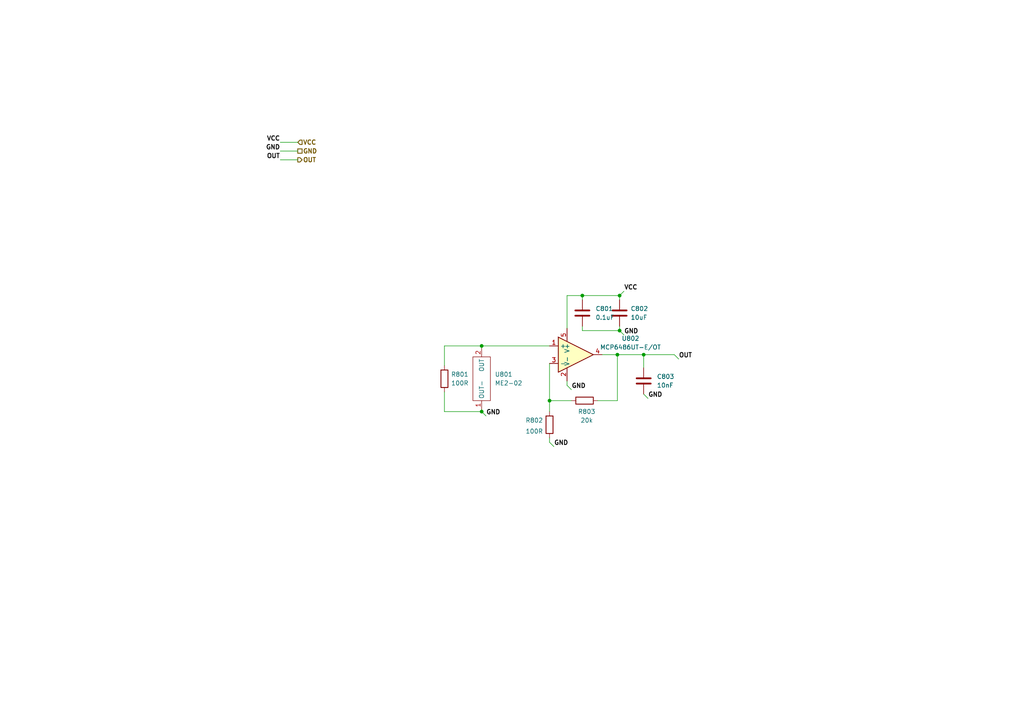
<source format=kicad_sch>
(kicad_sch (version 20211123) (generator eeschema)
  (paper "A4")
  (title_block (title "Power Unit - CanSat 2023") (date "2023-01-19") (rev "2023") (company "Project SkyFall") (comment 1 "David Haisman"))
  (lib_symbols
    (symbol "1Knihovna:MCP6486UT-E{slash}OT"
      (property "Reference" "U" (at 0 0 0))
      (property "Value" "MCP6486UT-E{slash}OT" (at 0 0 0))
      (symbol "MCP6486UT-E{slash}OT_0_1"
        (polyline (pts (xy -3.81 5.08) (xy 6.35 0) (xy -3.81 -5.08) (xy -3.81 5.08)) (stroke (width 0.254)) (fill (type background)))
      )
      (symbol "MCP6486UT-E{slash}OT_1_1"
        (pin input line (at -6.35 2.54 0) (length 2.54) (name "+") (number "1"))
        (pin power_in line (at -1.27 -7.62 90) (length 3.81) (name "V-") (number "2"))
        (pin input line (at -6.35 -2.54 0) (length 2.54) (name "-") (number "3"))
        (pin output line (at 8.89 0 180) (length 2.54) (name "~") (number "4"))
        (pin power_in line (at -1.27 7.62 270) (length 3.81) (name "V+") (number "5"))
      )
    )
    (symbol "1Knihovna:ME2-02"
      (property "Reference" "U" (at 0 7.62 0))
      (property "Value" "ME2-02" (at 0 5.08 0))
      (symbol "ME2-02_0_1"
        (rectangle (start -6.35 2.54) (end 6.35 -2.54))
      )
      (symbol "ME2-02_1_1"
        (pin passive line (at -8.89 0 0) (length 2.54) (name "OUT-") (number "1"))
        (pin output line (at 8.89 0 180) (length 2.54) (name "OUT") (number "2"))
        (pin no_connect line (at 0 -2.54 90) (length 2.54) hide (name "3") (number "3"))
      )
    )
    (symbol "Device:C" (pin_numbers hide) (pin_names (offset 0.254))
      (property "Reference" "C" (at 0.635 2.54 0))
      (property "Value" "C" (at 0.635 -2.54 0))
      (symbol "C_0_1"
        (polyline (pts (xy -2.032 -0.762) (xy 2.032 -0.762)) (stroke (width 0.508)))
        (polyline (pts (xy -2.032 0.762) (xy 2.032 0.762)) (stroke (width 0.508)))
      )
      (symbol "C_1_1"
        (pin passive line (at 0 3.81 270) (length 2.794) (name "~") (number "1"))
        (pin passive line (at 0 -3.81 90) (length 2.794) (name "~") (number "2"))
      )
    )
    (symbol "Device:R" (pin_numbers hide) (pin_names (offset 0))
      (property "Reference" "R" (at 2.032 0 90))
      (property "Value" "R" (at 0 0 90))
      (symbol "R_0_1"
        (rectangle (start -1.016 -2.54) (end 1.016 2.54) (stroke (width 0.254)))
      )
      (symbol "R_1_1"
        (pin passive line (at 0 3.81 270) (length 1.27) (name "~") (number "1"))
        (pin passive line (at 0 -3.81 90) (length 1.27) (name "~") (number "2"))
      )
    )
  )
  (junction (at 179.705 95.885))
  (junction (at 139.7 119.38))
  (junction (at 159.385 116.205))
  (junction (at 179.705 85.725))
  (junction (at 139.7 100.33))
  (junction (at 179.07 102.87))
  (junction (at 186.69 102.87))
  (junction (at 168.91 85.725))
  (wire (pts (xy 139.7 119.38) (xy 140.97 120.65)))
  (wire (pts (xy 139.7 118.745) (xy 139.7 119.38)))
  (wire (pts (xy 164.465 85.725) (xy 168.91 85.725)))
  (wire (pts (xy 173.355 116.205) (xy 179.07 116.205)))
  (wire (pts (xy 139.7 100.33) (xy 159.385 100.33)))
  (wire (pts (xy 179.705 85.725) (xy 180.975 84.455)))
  (wire (pts (xy 128.905 106.045) (xy 128.905 100.33)))
  (wire (pts (xy 164.465 111.76) (xy 165.735 113.03)))
  (wire (pts (xy 159.385 128.27) (xy 160.655 129.54)))
  (wire (pts (xy 186.69 106.68) (xy 186.69 102.87)))
  (wire (pts (xy 168.91 94.615) (xy 168.91 95.885)))
  (wire (pts (xy 179.705 95.885) (xy 179.705 94.615)))
  (wire (pts (xy 168.91 95.885) (xy 179.705 95.885)))
  (wire (pts (xy 165.735 116.205) (xy 159.385 116.205)))
  (wire (pts (xy 186.69 102.87) (xy 195.58 102.87)))
  (wire (pts (xy 174.625 102.87) (xy 179.07 102.87)))
  (wire (pts (xy 128.905 100.33) (xy 139.7 100.33)))
  (wire (pts (xy 159.385 119.38) (xy 159.385 116.205)))
  (wire (pts (xy 128.905 113.665) (xy 128.905 119.38)))
  (wire (pts (xy 81.28 41.275) (xy 86.36 41.275)))
  (wire (pts (xy 186.69 114.3) (xy 187.96 115.57)))
  (wire (pts (xy 164.465 111.76) (xy 164.465 110.49)))
  (wire (pts (xy 81.28 43.815) (xy 86.36 43.815)))
  (wire (pts (xy 179.07 102.87) (xy 179.07 116.205)))
  (wire (pts (xy 159.385 128.27) (xy 159.385 127)))
  (wire (pts (xy 168.91 86.995) (xy 168.91 85.725)))
  (wire (pts (xy 179.07 102.87) (xy 186.69 102.87)))
  (wire (pts (xy 179.705 85.725) (xy 179.705 86.995)))
  (wire (pts (xy 159.385 105.41) (xy 159.385 116.205)))
  (wire (pts (xy 128.905 119.38) (xy 139.7 119.38)))
  (wire (pts (xy 164.465 95.25) (xy 164.465 85.725)))
  (wire (pts (xy 86.36 46.355) (xy 81.28 46.355)))
  (wire (pts (xy 179.705 95.885) (xy 180.975 97.155)))
  (wire (pts (xy 195.58 102.87) (xy 196.85 104.14)))
  (wire (pts (xy 168.91 85.725) (xy 179.705 85.725)))
  (wire (pts (xy 139.7 100.33) (xy 139.7 100.965)))
  (label "GND" (at 81.28 43.815 180) (effects (font (thickness 0.254) bold)))
  (label "GND" (at 187.96 115.57 0) (effects (font (thickness 0.254) bold)))
  (label "OUT" (at 196.85 104.14 0) (effects (font bold)))
  (label "VCC" (at 81.28 41.275 180) (effects (font (thickness 0.254) bold)))
  (label "GND" (at 165.735 113.03 0) (effects (font (thickness 0.254) bold)))
  (label "OUT" (at 81.28 46.355 180) (effects (font bold)))
  (label "GND" (at 160.655 129.54 0) (effects (font (thickness 0.254) bold)))
  (label "GND" (at 140.97 120.65 0) (effects (font (thickness 0.254) bold)))
  (label "VCC" (at 180.975 84.455 0) (effects (font (thickness 0.254) bold)))
  (label "GND" (at 180.975 97.155 0) (effects (font (thickness 0.254) bold)))
  (hierarchical_label "VCC" (shape input) (at 86.36 41.275 0) (effects (font (thickness 0.254) bold)))
  (hierarchical_label "GND" (shape passive) (at 86.36 43.815 0) (effects (font (thickness 0.254) bold)))
  (hierarchical_label "OUT" (shape output) (at 86.36 46.355 0) (effects (font bold)))
  (symbol (lib_id "Device:C") (at 168.91 90.805 0) (unit 1)
    (property "Reference" "C801" (at 172.72 89.5349 0) (effects (justify left)))
    (property "Value" "0.1uF" (at 172.72 92.0749 0) (effects (justify left)))
    (property "Footprint" "CanSat_2023:C_0805_2012Metric" (effects hide))
  )
  (symbol (lib_id "Device:C") (at 186.69 110.49 0) (unit 1)
    (property "Reference" "C803" (at 190.5 109.2199 0) (effects (justify left)))
    (property "Value" "10nF" (at 190.5 111.7599 0) (effects (justify left)))
    (property "Footprint" "CanSat_2023:C_0805_2012Metric" (effects hide))
  )
  (symbol (lib_id "1Knihovna:ME2-02") (at 139.7 109.855 90) (unit 1)
    (property "Reference" "U801" (at 143.51 108.5849 90) (effects (justify right)))
    (property "Value" "ME2-02" (at 143.51 111.1249 90) (effects (justify right)))
    (property "Footprint" "CanSat_2023:ME2-O2" (effects hide))
  )
  (symbol (lib_id "1Knihovna:MCP6486UT-E{slash}OT") (at 165.735 102.87 0) (unit 1)
    (property "Reference" "U802" (at 182.88 98.171 0))
    (property "Value" "MCP6486UT-E/OT" (at 182.88 100.711 0))
    (property "Footprint" "CanSat_2023:SOT-23-5" (effects hide))
  )
  (symbol (lib_id "Device:R") (at 159.385 123.19 180) (unit 1)
    (property "Reference" "R802" (at 152.4 121.92 0) (effects (justify right)))
    (property "Value" "100R" (at 152.4 125.095 0) (effects (justify right)))
    (property "Footprint" "CanSat_2023:R_0805_2012Metric" (effects hide))
  )
  (symbol (lib_id "Device:R") (at 128.905 109.855 0) (unit 1)
    (property "Reference" "R801" (at 130.81 108.5849 0) (effects (justify left)))
    (property "Value" "100R" (at 130.81 111.1249 0) (effects (justify left)))
    (property "Footprint" "CanSat_2023:R_0805_2012Metric" (effects hide))
  )
  (symbol (lib_id "Device:R") (at 169.545 116.205 90) (unit 1)
    (property "Reference" "R803" (at 170.18 119.38 90))
    (property "Value" "20k" (at 170.18 121.92 90))
    (property "Footprint" "CanSat_2023:R_0805_2012Metric" (effects hide))
  )
  (symbol (lib_id "Device:C") (at 179.705 90.805 0) (unit 1)
    (property "Reference" "C802" (at 182.88 89.5349 0) (effects (justify left)))
    (property "Value" "10uF" (at 182.88 92.0749 0) (effects (justify left)))
    (property "Footprint" "CanSat_2023:C_0805_2012Metric" (effects hide))
  )
)
</source>
